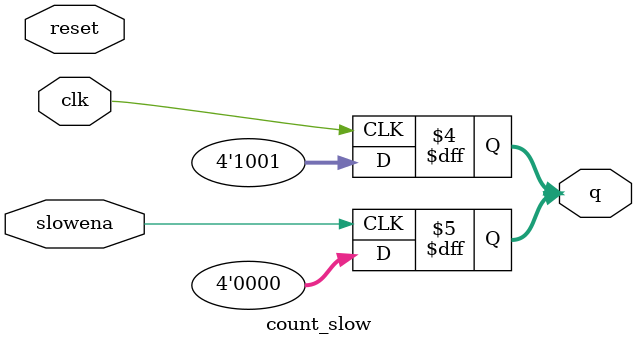
<source format=v>

module count_slow(
    input clk,
    input slowena,
    input reset,
    output reg [3:0] q);

// On the positive edge of the clock:
// if reset is high, reset the output q to 0. 
// Otherwise, only increment the output q if the ena input is high and q is not 9.
always @(posedge clk) begin
	if (reset) begin
	
	end else begin
	
	end
end

// On the negative edge of the clock, always set the output q to a value of 9.
always @(negedge clk) begin
	q = 4'b1001;
end

// On the positive edge of the slowena input, always set the output q to a value of 0.
always @(posedge slowena) begin
	q = 4'b0000;
end

endmodule

</source>
